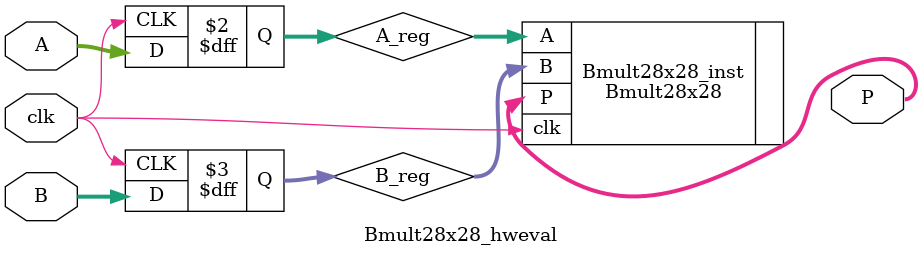
<source format=sv>
`timescale 1ns / 1ps

module Bmult28x28_hweval (
    input  logic          clk,
    input  logic [27 : 0] A,
    input  logic [27 : 0] B,
    output logic [55 : 0] P
    );

    logic [27 : 0] A_reg;
    logic [27 : 0] B_reg;

    always_ff @(posedge clk) begin
        A_reg <= A;
        B_reg <= B;
    end

    Bmult28x28 Bmult28x28_inst (
        .clk(clk  ),
        .A  (A_reg),
        .B  (B_reg),
        .P  (P    ));

endmodule
</source>
